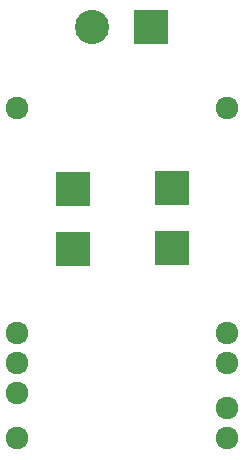
<source format=gbs>
G04 #@! TF.FileFunction,Soldermask,Bot*
%FSLAX46Y46*%
G04 Gerber Fmt 4.6, Leading zero omitted, Abs format (unit mm)*
G04 Created by KiCad (PCBNEW 4.0.6+dfsg1-1) date Thu Mar 15 12:50:15 2018*
%MOMM*%
%LPD*%
G01*
G04 APERTURE LIST*
%ADD10C,0.100000*%
%ADD11R,2.900000X2.950000*%
%ADD12R,2.900000X2.900000*%
%ADD13C,2.900000*%
%ADD14C,1.924000*%
G04 APERTURE END LIST*
D10*
D11*
X124200000Y-63925000D03*
X124200000Y-58875000D03*
D12*
X130800000Y-45200000D03*
D13*
X125800000Y-45200000D03*
D14*
X137250000Y-79930000D03*
X137250000Y-77390000D03*
X137250000Y-73580000D03*
X137250000Y-71040000D03*
X119470000Y-79930000D03*
X119470000Y-51990000D03*
X137250000Y-51990000D03*
X119470000Y-76120000D03*
X119470000Y-73580000D03*
X119470000Y-71040000D03*
D11*
X132550000Y-63875000D03*
X132550000Y-58825000D03*
M02*

</source>
